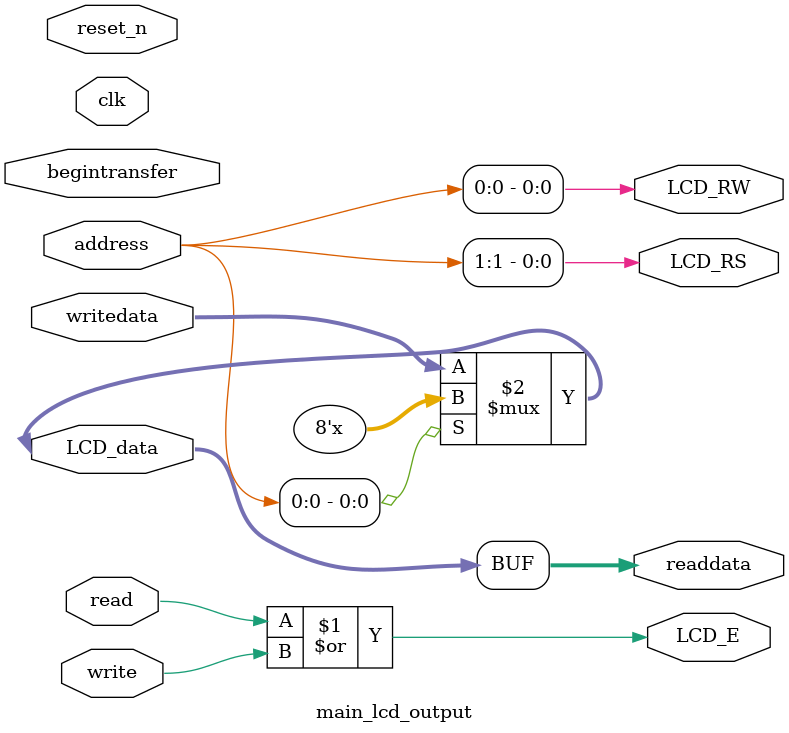
<source format=v>

`timescale 1ns / 1ps
// synthesis translate_on

// turn off superfluous verilog processor warnings 
// altera message_level Level1 
// altera message_off 10034 10035 10036 10037 10230 10240 10030 

module main_lcd_output (
                         // inputs:
                          address,
                          begintransfer,
                          clk,
                          read,
                          reset_n,
                          write,
                          writedata,

                         // outputs:
                          LCD_E,
                          LCD_RS,
                          LCD_RW,
                          LCD_data,
                          readdata
                       )
;

  output           LCD_E;
  output           LCD_RS;
  output           LCD_RW;
  inout   [  7: 0] LCD_data;
  output  [  7: 0] readdata;
  input   [  1: 0] address;
  input            begintransfer;
  input            clk;
  input            read;
  input            reset_n;
  input            write;
  input   [  7: 0] writedata;


wire             LCD_E;
wire             LCD_RS;
wire             LCD_RW;
wire    [  7: 0] LCD_data;
wire    [  7: 0] readdata;
  assign LCD_RW = address[0];
  assign LCD_RS = address[1];
  assign LCD_E = read | write;
  assign LCD_data = (address[0]) ? {8{1'bz}} : writedata;
  assign readdata = LCD_data;
  //control_slave, which is an e_avalon_slave

endmodule


</source>
